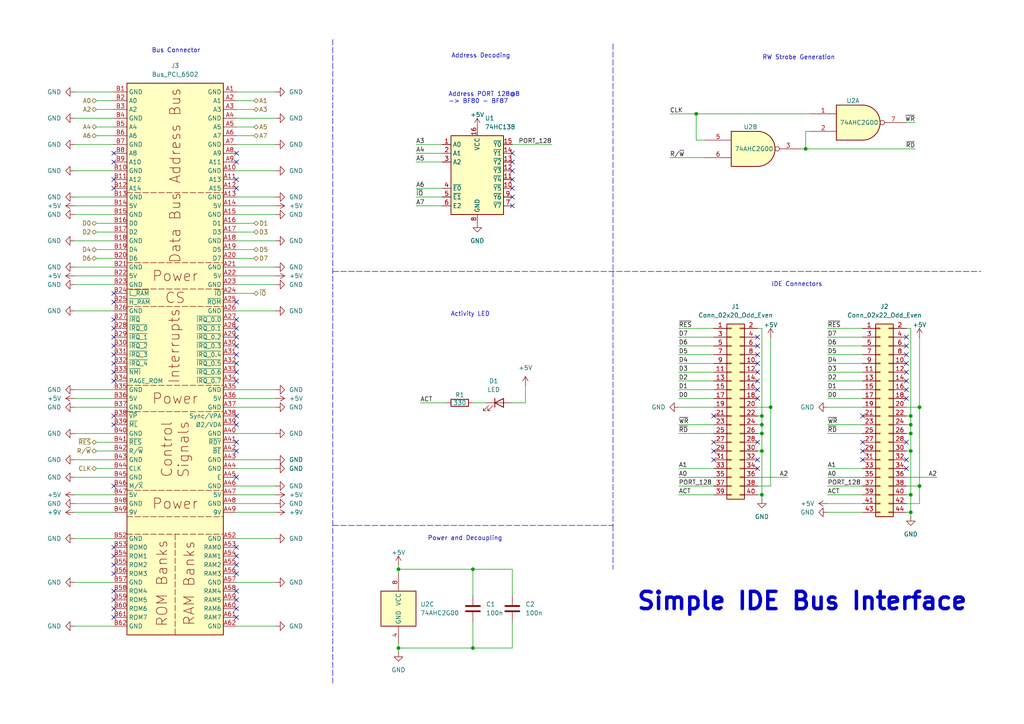
<source format=kicad_sch>
(kicad_sch (version 20231120) (generator "eeschema") (generator_version "8.0")
  (paper "A4")
  (title_block (title "S65xx Computer System") (date "2024-06-30") (rev "1.0") (company "Synthron"))
  (junction (at 223.52 118.11))
  (junction (at 264.16 120.65))
  (junction (at 220.98 125.73))
  (junction (at 115.57 165.1))
  (junction (at 220.98 130.81))
  (junction (at 201.93 33.02))
  (junction (at 266.7 118.11))
  (junction (at 264.16 123.19))
  (junction (at 137.16 187.96))
  (junction (at 233.68 43.18))
  (junction (at 220.98 143.51))
  (junction (at 264.16 125.73))
  (junction (at 264.16 143.51))
  (junction (at 220.98 120.65))
  (junction (at 266.7 140.97))
  (junction (at 264.16 130.81))
  (junction (at 220.98 123.19))
  (junction (at 137.16 165.1))
  (junction (at 115.57 187.96))
  (junction (at 264.16 148.59))
  (no_connect (at 148.59 46.99))
  (no_connect (at 68.58 123.19))
  (no_connect (at 148.59 52.07))
  (no_connect (at 262.89 105.41))
  (no_connect (at 68.58 87.63))
  (no_connect (at 68.58 102.87))
  (no_connect (at 68.58 161.29))
  (no_connect (at 33.02 102.87))
  (no_connect (at 33.02 161.29))
  (no_connect (at 148.59 54.61))
  (no_connect (at 33.02 107.95))
  (no_connect (at 33.02 173.99))
  (no_connect (at 207.01 130.81))
  (no_connect (at 262.89 133.35))
  (no_connect (at 68.58 92.71))
  (no_connect (at 68.58 110.49))
  (no_connect (at 148.59 44.45))
  (no_connect (at 33.02 140.97))
  (no_connect (at 219.71 100.33))
  (no_connect (at 219.71 102.87))
  (no_connect (at 250.19 130.81))
  (no_connect (at 33.02 163.83))
  (no_connect (at 33.02 110.49))
  (no_connect (at 262.89 100.33))
  (no_connect (at 33.02 87.63))
  (no_connect (at 219.71 110.49))
  (no_connect (at 219.71 107.95))
  (no_connect (at 68.58 176.53))
  (no_connect (at 262.89 115.57))
  (no_connect (at 207.01 128.27))
  (no_connect (at 33.02 123.19))
  (no_connect (at 33.02 92.71))
  (no_connect (at 33.02 179.07))
  (no_connect (at 33.02 97.79))
  (no_connect (at 33.02 158.75))
  (no_connect (at 33.02 171.45))
  (no_connect (at 219.71 97.79))
  (no_connect (at 68.58 130.81))
  (no_connect (at 207.01 133.35))
  (no_connect (at 219.71 113.03))
  (no_connect (at 68.58 158.75))
  (no_connect (at 68.58 52.07))
  (no_connect (at 68.58 166.37))
  (no_connect (at 68.58 173.99))
  (no_connect (at 33.02 120.65))
  (no_connect (at 33.02 95.25))
  (no_connect (at 262.89 113.03))
  (no_connect (at 33.02 44.45))
  (no_connect (at 262.89 107.95))
  (no_connect (at 68.58 100.33))
  (no_connect (at 68.58 107.95))
  (no_connect (at 33.02 46.99))
  (no_connect (at 68.58 163.83))
  (no_connect (at 68.58 120.65))
  (no_connect (at 33.02 166.37))
  (no_connect (at 68.58 179.07))
  (no_connect (at 68.58 54.61))
  (no_connect (at 68.58 128.27))
  (no_connect (at 219.71 105.41))
  (no_connect (at 68.58 138.43))
  (no_connect (at 262.89 128.27))
  (no_connect (at 250.19 128.27))
  (no_connect (at 262.89 110.49))
  (no_connect (at 68.58 97.79))
  (no_connect (at 68.58 46.99))
  (no_connect (at 33.02 105.41))
  (no_connect (at 68.58 95.25))
  (no_connect (at 148.59 59.69))
  (no_connect (at 219.71 133.35))
  (no_connect (at 68.58 105.41))
  (no_connect (at 250.19 133.35))
  (no_connect (at 148.59 57.15))
  (no_connect (at 68.58 171.45))
  (no_connect (at 250.19 120.65))
  (no_connect (at 219.71 135.89))
  (no_connect (at 68.58 44.45))
  (no_connect (at 219.71 128.27))
  (no_connect (at 262.89 135.89))
  (no_connect (at 262.89 102.87))
  (no_connect (at 33.02 176.53))
  (no_connect (at 207.01 120.65))
  (no_connect (at 148.59 49.53))
  (no_connect (at 219.71 115.57))
  (no_connect (at 33.02 100.33))
  (no_connect (at 33.02 52.07))
  (no_connect (at 33.02 85.09))
  (no_connect (at 262.89 97.79))
  (no_connect (at 33.02 54.61))
  (wire (pts (xy 232.41 43.18) (xy 233.68 43.18)))
  (wire (pts (xy 220.98 120.65) (xy 220.98 95.25)))
  (wire (pts (xy 27.94 67.31) (xy 33.02 67.31)))
  (wire (pts (xy 27.94 130.81) (xy 33.02 130.81)))
  (wire (pts (xy 148.59 41.91) (xy 160.02 41.91)))
  (wire (pts (xy 266.7 118.11) (xy 262.89 118.11)))
  (wire (pts (xy 220.98 144.78) (xy 220.98 143.51)))
  (wire (pts (xy 80.01 181.61) (xy 68.58 181.61)))
  (wire (pts (xy 21.59 181.61) (xy 33.02 181.61)))
  (wire (pts (xy 266.7 146.05) (xy 266.7 140.97)))
  (wire (pts (xy 262.89 123.19) (xy 264.16 123.19)))
  (wire (pts (xy 73.66 36.83) (xy 68.58 36.83)))
  (wire (pts (xy 152.4 116.84) (xy 152.4 111.76)))
  (wire (pts (xy 21.59 146.05) (xy 33.02 146.05)))
  (wire (pts (xy 21.59 143.51) (xy 33.02 143.51)))
  (wire (pts (xy 240.03 113.03) (xy 250.19 113.03)))
  (wire (pts (xy 148.59 187.96) (xy 137.16 187.96)))
  (wire (pts (xy 233.68 38.1) (xy 233.68 43.18)))
  (wire (pts (xy 223.52 118.11) (xy 219.71 118.11)))
  (wire (pts (xy 262.89 148.59) (xy 264.16 148.59)))
  (wire (pts (xy 264.16 123.19) (xy 264.16 120.65)))
  (wire (pts (xy 80.01 118.11) (xy 68.58 118.11)))
  (wire (pts (xy 262.89 140.97) (xy 266.7 140.97)))
  (wire (pts (xy 80.01 69.85) (xy 68.58 69.85)))
  (wire (pts (xy 196.85 140.97) (xy 207.01 140.97)))
  (wire (pts (xy 240.03 143.51) (xy 250.19 143.51)))
  (wire (pts (xy 21.59 82.55) (xy 33.02 82.55)))
  (wire (pts (xy 80.01 57.15) (xy 68.58 57.15)))
  (wire (pts (xy 220.98 95.25) (xy 219.71 95.25)))
  (polyline (pts (xy 177.8 78.74) (xy 177.8 152.4)) (stroke (width 0) (type dash)))
  (wire (pts (xy 240.03 115.57) (xy 250.19 115.57)))
  (wire (pts (xy 223.52 118.11) (xy 223.52 140.97)))
  (wire (pts (xy 120.65 57.15) (xy 128.27 57.15)))
  (wire (pts (xy 21.59 69.85) (xy 33.02 69.85)))
  (wire (pts (xy 196.85 110.49) (xy 207.01 110.49)))
  (wire (pts (xy 137.16 180.34) (xy 137.16 187.96)))
  (wire (pts (xy 220.98 125.73) (xy 220.98 123.19)))
  (wire (pts (xy 196.85 135.89) (xy 207.01 135.89)))
  (wire (pts (xy 264.16 125.73) (xy 264.16 123.19)))
  (wire (pts (xy 196.85 95.25) (xy 207.01 95.25)))
  (wire (pts (xy 233.68 43.18) (xy 265.43 43.18)))
  (wire (pts (xy 120.65 41.91) (xy 128.27 41.91)))
  (wire (pts (xy 262.89 143.51) (xy 264.16 143.51)))
  (wire (pts (xy 233.68 38.1) (xy 234.95 38.1)))
  (wire (pts (xy 240.03 97.79) (xy 250.19 97.79)))
  (wire (pts (xy 262.89 138.43) (xy 271.78 138.43)))
  (wire (pts (xy 264.16 95.25) (xy 262.89 95.25)))
  (wire (pts (xy 21.59 57.15) (xy 33.02 57.15)))
  (wire (pts (xy 21.59 41.91) (xy 33.02 41.91)))
  (wire (pts (xy 21.59 59.69) (xy 33.02 59.69)))
  (wire (pts (xy 120.65 54.61) (xy 128.27 54.61)))
  (wire (pts (xy 262.89 146.05) (xy 266.7 146.05)))
  (wire (pts (xy 262.89 35.56) (xy 265.43 35.56)))
  (wire (pts (xy 21.59 133.35) (xy 33.02 133.35)))
  (wire (pts (xy 21.59 118.11) (xy 33.02 118.11)))
  (wire (pts (xy 80.01 59.69) (xy 68.58 59.69)))
  (wire (pts (xy 240.03 107.95) (xy 250.19 107.95)))
  (wire (pts (xy 115.57 186.69) (xy 115.57 187.96)))
  (wire (pts (xy 196.85 100.33) (xy 207.01 100.33)))
  (wire (pts (xy 240.03 146.05) (xy 250.19 146.05)))
  (wire (pts (xy 73.66 72.39) (xy 68.58 72.39)))
  (wire (pts (xy 196.85 102.87) (xy 207.01 102.87)))
  (wire (pts (xy 120.65 59.69) (xy 128.27 59.69)))
  (wire (pts (xy 80.01 34.29) (xy 68.58 34.29)))
  (wire (pts (xy 80.01 148.59) (xy 68.58 148.59)))
  (wire (pts (xy 196.85 125.73) (xy 207.01 125.73)))
  (wire (pts (xy 21.59 77.47) (xy 33.02 77.47)))
  (wire (pts (xy 27.94 31.75) (xy 33.02 31.75)))
  (wire (pts (xy 196.85 113.03) (xy 207.01 113.03)))
  (wire (pts (xy 240.03 102.87) (xy 250.19 102.87)))
  (wire (pts (xy 21.59 125.73) (xy 33.02 125.73)))
  (wire (pts (xy 137.16 165.1) (xy 115.57 165.1)))
  (wire (pts (xy 80.01 133.35) (xy 68.58 133.35)))
  (wire (pts (xy 196.85 107.95) (xy 207.01 107.95)))
  (wire (pts (xy 196.85 143.51) (xy 207.01 143.51)))
  (wire (pts (xy 73.66 74.93) (xy 68.58 74.93)))
  (wire (pts (xy 80.01 41.91) (xy 68.58 41.91)))
  (wire (pts (xy 73.66 29.21) (xy 68.58 29.21)))
  (wire (pts (xy 240.03 123.19) (xy 250.19 123.19)))
  (wire (pts (xy 196.85 123.19) (xy 207.01 123.19)))
  (wire (pts (xy 27.94 29.21) (xy 33.02 29.21)))
  (wire (pts (xy 148.59 116.84) (xy 152.4 116.84)))
  (wire (pts (xy 262.89 130.81) (xy 264.16 130.81)))
  (wire (pts (xy 196.85 97.79) (xy 207.01 97.79)))
  (wire (pts (xy 21.59 80.01) (xy 33.02 80.01)))
  (wire (pts (xy 27.94 39.37) (xy 33.02 39.37)))
  (wire (pts (xy 240.03 135.89) (xy 250.19 135.89)))
  (wire (pts (xy 196.85 118.11) (xy 207.01 118.11)))
  (wire (pts (xy 148.59 165.1) (xy 137.16 165.1)))
  (wire (pts (xy 137.16 187.96) (xy 115.57 187.96)))
  (wire (pts (xy 80.01 156.21) (xy 68.58 156.21)))
  (wire (pts (xy 264.16 149.86) (xy 264.16 148.59)))
  (wire (pts (xy 240.03 118.11) (xy 250.19 118.11)))
  (wire (pts (xy 219.71 120.65) (xy 220.98 120.65)))
  (wire (pts (xy 120.65 46.99) (xy 128.27 46.99)))
  (wire (pts (xy 21.59 34.29) (xy 33.02 34.29)))
  (wire (pts (xy 21.59 113.03) (xy 33.02 113.03)))
  (wire (pts (xy 240.03 140.97) (xy 250.19 140.97)))
  (wire (pts (xy 80.01 49.53) (xy 68.58 49.53)))
  (wire (pts (xy 21.59 148.59) (xy 33.02 148.59)))
  (wire (pts (xy 137.16 116.84) (xy 140.97 116.84)))
  (wire (pts (xy 73.66 39.37) (xy 68.58 39.37)))
  (wire (pts (xy 80.01 125.73) (xy 68.58 125.73)))
  (wire (pts (xy 219.71 125.73) (xy 220.98 125.73)))
  (wire (pts (xy 80.01 113.03) (xy 68.58 113.03)))
  (wire (pts (xy 21.59 168.91) (xy 33.02 168.91)))
  (polyline (pts (xy 96.52 152.4) (xy 177.8 152.4)) (stroke (width 0) (type dash)))
  (wire (pts (xy 115.57 163.83) (xy 115.57 165.1)))
  (wire (pts (xy 220.98 130.81) (xy 220.98 125.73)))
  (wire (pts (xy 266.7 97.79) (xy 266.7 118.11)))
  (polyline (pts (xy 177.8 152.4) (xy 177.8 165.1)) (stroke (width 0) (type dash)))
  (wire (pts (xy 264.16 148.59) (xy 264.16 143.51)))
  (wire (pts (xy 240.03 138.43) (xy 250.19 138.43)))
  (wire (pts (xy 194.31 33.02) (xy 201.93 33.02)))
  (wire (pts (xy 223.52 97.79) (xy 223.52 118.11)))
  (wire (pts (xy 264.16 130.81) (xy 264.16 125.73)))
  (wire (pts (xy 264.16 120.65) (xy 264.16 95.25)))
  (wire (pts (xy 73.66 67.31) (xy 68.58 67.31)))
  (wire (pts (xy 21.59 26.67) (xy 33.02 26.67)))
  (wire (pts (xy 27.94 72.39) (xy 33.02 72.39)))
  (wire (pts (xy 264.16 143.51) (xy 264.16 130.81)))
  (wire (pts (xy 201.93 33.02) (xy 234.95 33.02)))
  (wire (pts (xy 219.71 138.43) (xy 228.6 138.43)))
  (wire (pts (xy 73.66 85.09) (xy 68.58 85.09)))
  (wire (pts (xy 204.47 40.64) (xy 201.93 40.64)))
  (polyline (pts (xy 96.52 11.43) (xy 96.52 198.12)) (stroke (width 0) (type dash)))
  (wire (pts (xy 115.57 187.96) (xy 115.57 189.23)))
  (wire (pts (xy 219.71 123.19) (xy 220.98 123.19)))
  (polyline (pts (xy 96.52 78.74) (xy 284.48 78.74)) (stroke (width 0) (type dash)))
  (wire (pts (xy 27.94 36.83) (xy 33.02 36.83)))
  (wire (pts (xy 201.93 40.64) (xy 201.93 33.02)))
  (wire (pts (xy 80.01 90.17) (xy 68.58 90.17)))
  (wire (pts (xy 21.59 90.17) (xy 33.02 90.17)))
  (wire (pts (xy 80.01 80.01) (xy 68.58 80.01)))
  (wire (pts (xy 21.59 138.43) (xy 33.02 138.43)))
  (wire (pts (xy 80.01 115.57) (xy 68.58 115.57)))
  (wire (pts (xy 80.01 26.67) (xy 68.58 26.67)))
  (wire (pts (xy 27.94 128.27) (xy 33.02 128.27)))
  (wire (pts (xy 80.01 146.05) (xy 68.58 146.05)))
  (wire (pts (xy 196.85 138.43) (xy 207.01 138.43)))
  (wire (pts (xy 80.01 62.23) (xy 68.58 62.23)))
  (wire (pts (xy 262.89 125.73) (xy 264.16 125.73)))
  (wire (pts (xy 262.89 120.65) (xy 264.16 120.65)))
  (wire (pts (xy 219.71 140.97) (xy 223.52 140.97)))
  (wire (pts (xy 115.57 165.1) (xy 115.57 166.37)))
  (wire (pts (xy 21.59 156.21) (xy 33.02 156.21)))
  (wire (pts (xy 148.59 180.34) (xy 148.59 187.96)))
  (polyline (pts (xy 177.8 12.7) (xy 177.8 78.74)) (stroke (width 0) (type dash)))
  (wire (pts (xy 194.31 45.72) (xy 204.47 45.72)))
  (wire (pts (xy 240.03 105.41) (xy 250.19 105.41)))
  (wire (pts (xy 196.85 115.57) (xy 207.01 115.57)))
  (wire (pts (xy 266.7 118.11) (xy 266.7 140.97)))
  (wire (pts (xy 73.66 31.75) (xy 68.58 31.75)))
  (wire (pts (xy 120.65 44.45) (xy 128.27 44.45)))
  (wire (pts (xy 240.03 110.49) (xy 250.19 110.49)))
  (wire (pts (xy 220.98 123.19) (xy 220.98 120.65)))
  (wire (pts (xy 129.54 116.84) (xy 121.92 116.84)))
  (wire (pts (xy 80.01 143.51) (xy 68.58 143.51)))
  (wire (pts (xy 240.03 100.33) (xy 250.19 100.33)))
  (wire (pts (xy 27.94 74.93) (xy 33.02 74.93)))
  (wire (pts (xy 219.71 130.81) (xy 220.98 130.81)))
  (wire (pts (xy 240.03 125.73) (xy 250.19 125.73)))
  (wire (pts (xy 148.59 172.72) (xy 148.59 165.1)))
  (wire (pts (xy 220.98 143.51) (xy 220.98 130.81)))
  (wire (pts (xy 137.16 165.1) (xy 137.16 172.72)))
  (wire (pts (xy 80.01 135.89) (xy 68.58 135.89)))
  (wire (pts (xy 27.94 64.77) (xy 33.02 64.77)))
  (wire (pts (xy 80.01 168.91) (xy 68.58 168.91)))
  (wire (pts (xy 219.71 143.51) (xy 220.98 143.51)))
  (wire (pts (xy 21.59 115.57) (xy 33.02 115.57)))
  (wire (pts (xy 27.94 135.89) (xy 33.02 135.89)))
  (wire (pts (xy 80.01 140.97) (xy 68.58 140.97)))
  (wire (pts (xy 240.03 148.59) (xy 250.19 148.59)))
  (wire (pts (xy 196.85 105.41) (xy 207.01 105.41)))
  (wire (pts (xy 80.01 77.47) (xy 68.58 77.47)))
  (wire (pts (xy 21.59 49.53) (xy 33.02 49.53)))
  (wire (pts (xy 80.01 82.55) (xy 68.58 82.55)))
  (wire (pts (xy 21.59 62.23) (xy 33.02 62.23)))
  (wire (pts (xy 73.66 64.77) (xy 68.58 64.77)))
  (wire (pts (xy 240.03 95.25) (xy 250.19 95.25)))
  (text "Address Decoding" (at 139.446 16.256 0) (effects (font (size 1.27 1.27))))
  (text "Activity LED" (at 136.398 91.186 0) (effects (font (size 1.27 1.27))))
  (text "Bus Connector" (at 51.054 14.732 0) (effects (font (size 1.27 1.27))))
  (text "Address PORT 128@8\n-> BF80 - BF87" (at 130.048 28.448 0) (effects (font (size 1.27 1.27)) (justify left)))
  (text "Power and Decoupling" (at 134.874 156.21 0) (effects (font (size 1.27 1.27))))
  (text "IDE Connectors" (at 231.14 82.55 0) (effects (font (size 1.27 1.27))))
  (text "RW Strobe Generation" (at 231.648 16.764 0) (effects (font (size 1.27 1.27))))
  (text "Simple IDE Bus Interface" (at 184.404 174.498 0) (effects (font (size 5 5) (thickness 1) (bold yes)) (justify left)))
  (label "D3" (at 240.03 107.95 0))
  (label "A5" (at 120.65 46.99 0))
  (label "D4" (at 196.85 105.41 0))
  (label "A1" (at 196.85 135.89 0))
  (label "~{RD}" (at 196.85 125.73 0))
  (label "PORT_128" (at 240.03 140.97 0))
  (label "~{WR}" (at 265.43 35.56 180))
  (label "~{RD}" (at 240.03 125.73 0))
  (label "A7" (at 120.65 59.69 0))
  (label "D7" (at 196.85 97.79 0))
  (label "R{slash}~{W}" (at 194.31 45.72 0))
  (label "D6" (at 196.85 100.33 0))
  (label "CLK" (at 194.31 33.02 0))
  (label "D3" (at 196.85 107.95 0))
  (label "D5" (at 196.85 102.87 0))
  (label "D6" (at 240.03 100.33 0))
  (label "ACT" (at 240.03 143.51 0))
  (label "D0" (at 196.85 115.57 0))
  (label "A0" (at 196.85 138.43 0))
  (label "~{RD}" (at 265.43 43.18 180))
  (label "ACT" (at 121.92 116.84 0))
  (label "D0" (at 240.03 115.57 0))
  (label "A4" (at 120.65 44.45 0))
  (label "A2" (at 228.6 138.43 180))
  (label "D4" (at 240.03 105.41 0))
  (label "PORT_128" (at 160.02 41.91 180))
  (label "A1" (at 240.03 135.89 0))
  (label "~{WR}" (at 240.03 123.19 0))
  (label "A0" (at 240.03 138.43 0))
  (label "D2" (at 240.03 110.49 0))
  (label "~{IO}" (at 120.65 57.15 0))
  (label "D1" (at 240.03 113.03 0))
  (label "D2" (at 196.85 110.49 0))
  (label "D1" (at 196.85 113.03 0))
  (label "A6" (at 120.65 54.61 0))
  (label "D7" (at 240.03 97.79 0))
  (label "~{RES}" (at 240.03 95.25 0))
  (label "~{WR}" (at 196.85 123.19 0))
  (label "PORT_128" (at 196.85 140.97 0))
  (label "ACT" (at 196.85 143.51 0))
  (label "~{RES}" (at 196.85 95.25 0))
  (label "A3" (at 120.65 41.91 0))
  (label "D5" (at 240.03 102.87 0))
  (label "A2" (at 271.78 138.43 180))
  (hierarchical_label "D5" (shape bidirectional) (at 73.66 72.39 0))
  (hierarchical_label "R{slash}~{W}" (shape bidirectional) (at 27.94 130.81 180))
  (hierarchical_label "CLK" (shape bidirectional) (at 27.94 135.89 180))
  (hierarchical_label "D6" (shape bidirectional) (at 27.94 74.93 180))
  (hierarchical_label "A0" (shape bidirectional) (at 27.94 29.21 180))
  (hierarchical_label "D0" (shape bidirectional) (at 27.94 64.77 180))
  (hierarchical_label "~{RES}" (shape bidirectional) (at 27.94 128.27 180))
  (hierarchical_label "A5" (shape bidirectional) (at 73.66 36.83 0))
  (hierarchical_label "D1" (shape bidirectional) (at 73.66 64.77 0))
  (hierarchical_label "A6" (shape bidirectional) (at 27.94 39.37 180))
  (hierarchical_label "A4" (shape bidirectional) (at 27.94 36.83 180))
  (hierarchical_label "D4" (shape bidirectional) (at 27.94 72.39 180))
  (hierarchical_label "A3" (shape bidirectional) (at 73.66 31.75 0))
  (hierarchical_label "A2" (shape bidirectional) (at 27.94 31.75 180))
  (hierarchical_label "A7" (shape bidirectional) (at 73.66 39.37 0))
  (hierarchical_label "~{IO}" (shape bidirectional) (at 73.66 85.09 0))
  (hierarchical_label "A1" (shape bidirectional) (at 73.66 29.21 0))
  (hierarchical_label "D7" (shape bidirectional) (at 73.66 74.93 0))
  (hierarchical_label "D3" (shape bidirectional) (at 73.66 67.31 0))
  (hierarchical_label "D2" (shape bidirectional) (at 27.94 67.31 180))
  (symbol (lib_id "power:GND") (at 21.59 113.03 270) (unit 1)
    (property "Reference" "#PWR034" (effects (hide yes)))
    (property "Value" "GND" (at 17.78 113.0299 90) (effects (justify right)))
    (property "Description" "Power symbol creates a global label with name \"GND\" , ground" (effects (hide yes)))
  )
  (symbol (lib_id "power:GND") (at 80.01 118.11 90) (mirror x) (unit 1)
    (property "Reference" "#PWR042" (effects (hide yes)))
    (property "Value" "GND" (at 83.82 118.1099 90) (effects (justify right)))
    (property "Description" "Power symbol creates a global label with name \"GND\" , ground" (effects (hide yes)))
  )
  (symbol (lib_id "power:GND") (at 21.59 49.53 270) (unit 1)
    (property "Reference" "#PWR08" (effects (hide yes)))
    (property "Value" "GND" (at 17.78 49.5299 90) (effects (justify right)))
    (property "Description" "Power symbol creates a global label with name \"GND\" , ground" (effects (hide yes)))
  )
  (symbol (lib_id "power:+5V") (at 21.59 59.69 90) (unit 1)
    (property "Reference" "#PWR013" (effects (hide yes)))
    (property "Value" "+5V" (at 17.78 59.6899 90) (effects (justify left)))
    (property "Description" "Power symbol creates a global label with name \"+5V\"" (effects (hide yes)))
  )
  (symbol (lib_id "power:GND") (at 196.85 118.11 270) (mirror x) (unit 1)
    (property "Reference" "#PWR027" (effects (hide yes)))
    (property "Value" "GND" (at 193.04 118.1099 90) (effects (justify right)))
    (property "Description" "Power symbol creates a global label with name \"GND\" , ground" (effects (hide yes)))
  )
  (symbol (lib_id "power:GND") (at 21.59 181.61 270) (unit 1)
    (property "Reference" "#PWR061" (effects (hide yes)))
    (property "Value" "GND" (at 17.78 181.6099 90) (effects (justify right)))
    (property "Description" "Power symbol creates a global label with name \"GND\" , ground" (effects (hide yes)))
  )
  (symbol (lib_id "power:+5V") (at 266.7 97.79 0) (mirror y) (unit 1)
    (property "Reference" "#PWR018" (effects (hide yes)))
    (property "Value" "+5V" (at 266.7 94.234 0))
    (property "Description" "Power symbol creates a global label with name \"+5V\"" (effects (hide yes)))
  )
  (symbol (lib_id "power:GND") (at 80.01 62.23 90) (mirror x) (unit 1)
    (property "Reference" "#PWR016" (effects (hide yes)))
    (property "Value" "GND" (at 83.82 62.2299 90) (effects (justify right)))
    (property "Description" "Power symbol creates a global label with name \"GND\" , ground" (effects (hide yes)))
  )
  (symbol (lib_id "Device:R") (at 133.35 116.84 90) (unit 1)
    (property "Reference" "R1" (at 133.35 114.554 90))
    (property "Value" "330" (at 133.35 116.84 90))
    (property "Footprint" "Resistor_SMD:R_0805_2012Metric" (effects (hide yes)))
    (property "Description" "Resistor" (effects (hide yes)))
  )
  (symbol (lib_id "power:+5V") (at 115.57 163.83 0) (mirror y) (unit 1)
    (property "Reference" "#PWR031" (effects (hide yes)))
    (property "Value" "+5V" (at 115.57 160.274 0))
    (property "Description" "Power symbol creates a global label with name \"+5V\"" (effects (hide yes)))
  )
  (symbol (lib_id "power:GND") (at 21.59 156.21 270) (unit 1)
    (property "Reference" "#PWR057" (effects (hide yes)))
    (property "Value" "GND" (at 17.78 156.2099 90) (effects (justify right)))
    (property "Description" "Power symbol creates a global label with name \"GND\" , ground" (effects (hide yes)))
  )
  (symbol (lib_id "power:+5V") (at 80.01 80.01 270) (mirror x) (unit 1)
    (property "Reference" "#PWR024" (effects (hide yes)))
    (property "Value" "+5V" (at 83.82 80.0099 90) (effects (justify left)))
    (property "Description" "Power symbol creates a global label with name \"+5V\"" (effects (hide yes)))
  )
  (symbol (lib_id "power:+5V") (at 223.52 97.79 0) (mirror y) (unit 1)
    (property "Reference" "#PWR017" (effects (hide yes)))
    (property "Value" "+5V" (at 223.52 94.234 0))
    (property "Description" "Power symbol creates a global label with name \"+5V\"" (effects (hide yes)))
  )
  (symbol (lib_id "power:GND") (at 21.59 133.35 270) (unit 1)
    (property "Reference" "#PWR046" (effects (hide yes)))
    (property "Value" "GND" (at 17.78 133.3499 90) (effects (justify right)))
    (property "Description" "Power symbol creates a global label with name \"GND\" , ground" (effects (hide yes)))
  )
  (symbol (lib_id "power:+5V") (at 21.59 115.57 90) (unit 1)
    (property "Reference" "#PWR038" (effects (hide yes)))
    (property "Value" "+5V" (at 17.78 115.5699 90) (effects (justify left)))
    (property "Description" "Power symbol creates a global label with name \"+5V\"" (effects (hide yes)))
  )
  (symbol (lib_id "74xGxx:74AHC2G00") (at 250.19 35.56 0) (unit 1)
    (property "Reference" "U2" (at 247.396 29.21 0))
    (property "Value" "74AHC2G00" (at 249.174 35.56 0))
    (property "Footprint" "Package_SO:TSSOP-8_3x3mm_P0.65mm" (effects (hide yes)))
    (property "Datasheet" "https://assets.nexperia.com/documents/data-sheet/74AHC_AHCT2G00.pdf" (effects (hide yes)))
    (property "Description" "Dual NAND Gate, High-speed Si-gate CMOS" (effects (hide yes)))
  )
  (symbol (lib_id "power:GND") (at 80.01 113.03 90) (mirror x) (unit 1)
    (property "Reference" "#PWR035" (effects (hide yes)))
    (property "Value" "GND" (at 83.82 113.0299 90) (effects (justify right)))
    (property "Description" "Power symbol creates a global label with name \"GND\" , ground" (effects (hide yes)))
  )
  (symbol (lib_id "power:GND") (at 21.59 77.47 270) (unit 1)
    (property "Reference" "#PWR021" (effects (hide yes)))
    (property "Value" "GND" (at 17.78 77.4699 90) (effects (justify right)))
    (property "Description" "Power symbol creates a global label with name \"GND\" , ground" (effects (hide yes)))
  )
  (symbol (lib_id "power:GND") (at 80.01 125.73 90) (mirror x) (unit 1)
    (property "Reference" "#PWR045" (effects (hide yes)))
    (property "Value" "GND" (at 83.82 125.7299 90) (effects (justify right)))
    (property "Description" "Power symbol creates a global label with name \"GND\" , ground" (effects (hide yes)))
  )
  (symbol (lib_id "power:GND") (at 21.59 26.67 270) (unit 1)
    (property "Reference" "#PWR02" (effects (hide yes)))
    (property "Value" "GND" (at 17.78 26.6699 90) (effects (justify right)))
    (property "Description" "Power symbol creates a global label with name \"GND\" , ground" (effects (hide yes)))
  )
  (symbol (lib_id "power:GND") (at 80.01 133.35 90) (mirror x) (unit 1)
    (property "Reference" "#PWR047" (effects (hide yes)))
    (property "Value" "GND" (at 83.82 133.3499 90) (effects (justify right)))
    (property "Description" "Power symbol creates a global label with name \"GND\" , ground" (effects (hide yes)))
  )
  (symbol (lib_id "6502:Bus_PCI_6502") (at 50.8 102.87 0) (unit 1)
    (property "Reference" "J3" (at 50.8 19.05 0))
    (property "Value" "Bus_PCI_6502" (at 50.8 21.59 0))
    (property "Footprint" "Connector_PCBEdge:BUS_PCI" (effects (hide yes)))
    (property "Datasheet" "http://pinouts.ru/Slots/PCI_pinout.shtml" (effects (hide yes)))
    (property "Description" "PCI bus connector for 5V cards" (effects (hide yes)))
  )
  (symbol (lib_id "power:+5V") (at 80.01 143.51 270) (mirror x) (unit 1)
    (property "Reference" "#PWR052" (effects (hide yes)))
    (property "Value" "+5V" (at 83.82 143.5099 90) (effects (justify left)))
    (property "Description" "Power symbol creates a global label with name \"+5V\"" (effects (hide yes)))
  )
  (symbol (lib_id "power:GND") (at 21.59 125.73 270) (unit 1)
    (property "Reference" "#PWR044" (effects (hide yes)))
    (property "Value" "GND" (at 17.78 125.7299 90) (effects (justify right)))
    (property "Description" "Power symbol creates a global label with name \"GND\" , ground" (effects (hide yes)))
  )
  (symbol (lib_id "74xx:74HC138") (at 138.43 52.07 0) (unit 1)
    (property "Reference" "U1" (at 140.6241 34.29 0) (effects (justify left)))
    (property "Value" "74HC138" (at 140.6241 36.83 0) (effects (justify left)))
    (property "Footprint" "Package_DIP:DIP-16_W7.62mm" (effects (hide yes)))
    (property "Datasheet" "http://www.ti.com/lit/ds/symlink/cd74hc238.pdf" (effects (hide yes)))
    (property "Description" "3-to-8 line decoder/multiplexer inverting, DIP-16/SOIC-16/SSOP-16" (effects (hide yes)))
  )
  (symbol (lib_id "power:GND") (at 21.59 146.05 270) (unit 1)
    (property "Reference" "#PWR053" (effects (hide yes)))
    (property "Value" "GND" (at 17.78 146.0499 90) (effects (justify right)))
    (property "Description" "Power symbol creates a global label with name \"GND\" , ground" (effects (hide yes)))
  )
  (symbol (lib_id "power:GND") (at 21.59 62.23 270) (unit 1)
    (property "Reference" "#PWR015" (effects (hide yes)))
    (property "Value" "GND" (at 17.78 62.2299 90) (effects (justify right)))
    (property "Description" "Power symbol creates a global label with name \"GND\" , ground" (effects (hide yes)))
  )
  (symbol (lib_id "power:GND") (at 21.59 34.29 270) (unit 1)
    (property "Reference" "#PWR04" (effects (hide yes)))
    (property "Value" "GND" (at 17.78 34.2899 90) (effects (justify right)))
    (property "Description" "Power symbol creates a global label with name \"GND\" , ground" (effects (hide yes)))
  )
  (symbol (lib_id "power:GND") (at 80.01 140.97 90) (mirror x) (unit 1)
    (property "Reference" "#PWR050" (effects (hide yes)))
    (property "Value" "GND" (at 83.82 140.9699 90) (effects (justify right)))
    (property "Description" "Power symbol creates a global label with name \"GND\" , ground" (effects (hide yes)))
  )
  (symbol (lib_id "power:GND") (at 21.59 138.43 270) (unit 1)
    (property "Reference" "#PWR049" (effects (hide yes)))
    (property "Value" "GND" (at 17.78 138.4299 90) (effects (justify right)))
    (property "Description" "Power symbol creates a global label with name \"GND\" , ground" (effects (hide yes)))
  )
  (symbol (lib_id "power:+5V") (at 21.59 80.01 90) (unit 1)
    (property "Reference" "#PWR023" (effects (hide yes)))
    (property "Value" "+5V" (at 17.78 80.0099 90) (effects (justify left)))
    (property "Description" "Power symbol creates a global label with name \"+5V\"" (effects (hide yes)))
  )
  (symbol (lib_id "power:GND") (at 21.59 41.91 270) (unit 1)
    (property "Reference" "#PWR06" (effects (hide yes)))
    (property "Value" "GND" (at 17.78 41.9099 90) (effects (justify right)))
    (property "Description" "Power symbol creates a global label with name \"GND\" , ground" (effects (hide yes)))
  )
  (symbol (lib_id "power:GND") (at 21.59 57.15 270) (unit 1)
    (property "Reference" "#PWR011" (effects (hide yes)))
    (property "Value" "GND" (at 17.78 57.1499 90) (effects (justify right)))
    (property "Description" "Power symbol creates a global label with name \"GND\" , ground" (effects (hide yes)))
  )
  (symbol (lib_id "power:GND") (at 80.01 168.91 90) (unit 1)
    (property "Reference" "#PWR060" (effects (hide yes)))
    (property "Value" "GND" (at 83.82 168.9101 90) (effects (justify right)))
    (property "Description" "Power symbol creates a global label with name \"GND\" , ground" (effects (hide yes)))
  )
  (symbol (lib_id "power:GND") (at 80.01 135.89 90) (mirror x) (unit 1)
    (property "Reference" "#PWR048" (effects (hide yes)))
    (property "Value" "GND" (at 83.82 135.8899 90) (effects (justify right)))
    (property "Description" "Power symbol creates a global label with name \"GND\" , ground" (effects (hide yes)))
  )
  (symbol (lib_id "power:GND") (at 80.01 26.67 90) (mirror x) (unit 1)
    (property "Reference" "#PWR03" (effects (hide yes)))
    (property "Value" "GND" (at 83.82 26.6699 90) (effects (justify right)))
    (property "Description" "Power symbol creates a global label with name \"GND\" , ground" (effects (hide yes)))
  )
  (symbol (lib_id "power:+5V") (at 80.01 115.57 270) (mirror x) (unit 1)
    (property "Reference" "#PWR039" (effects (hide yes)))
    (property "Value" "+5V" (at 83.82 115.5699 90) (effects (justify left)))
    (property "Description" "Power symbol creates a global label with name \"+5V\"" (effects (hide yes)))
  )
  (symbol (lib_id "Connector_Generic:Conn_02x20_Odd_Even") (at 212.09 118.11 0) (unit 1)
    (property "Reference" "J1" (at 213.36 88.9 0))
    (property "Value" "Conn_02x20_Odd_Even" (at 213.36 91.44 0))
    (property "Footprint" "Connector_IDC:IDC-Header_2x20_P2.54mm_Vertical" (effects (hide yes)))
    (property "Description" "Generic connector, double row, 02x20, odd/even pin numbering scheme (row 1 odd numbers, row 2 even numbers), script generated (kicad-library-utils/schlib/autogen/connector/)" (effects (hide yes)))
  )
  (symbol (lib_id "power:GND") (at 80.01 82.55 90) (mirror x) (unit 1)
    (property "Reference" "#PWR026" (effects (hide yes)))
    (property "Value" "GND" (at 83.82 82.5499 90) (effects (justify right)))
    (property "Description" "Power symbol creates a global label with name \"GND\" , ground" (effects (hide yes)))
  )
  (symbol (lib_id "power:GND") (at 80.01 49.53 90) (mirror x) (unit 1)
    (property "Reference" "#PWR09" (effects (hide yes)))
    (property "Value" "GND" (at 83.82 49.5299 90) (effects (justify right)))
    (property "Description" "Power symbol creates a global label with name \"GND\" , ground" (effects (hide yes)))
  )
  (symbol (lib_id "power:GND") (at 21.59 118.11 270) (unit 1)
    (property "Reference" "#PWR041" (effects (hide yes)))
    (property "Value" "GND" (at 17.78 118.1099 90) (effects (justify right)))
    (property "Description" "Power symbol creates a global label with name \"GND\" , ground" (effects (hide yes)))
  )
  (symbol (lib_id "74xGxx:74AHC2G00") (at 115.57 176.53 0) (unit 3)
    (property "Reference" "U2" (at 121.92 175.2599 0) (effects (justify left)))
    (property "Value" "74AHC2G00" (at 121.92 177.7999 0) (effects (justify left)))
    (property "Footprint" "Package_SO:TSSOP-8_3x3mm_P0.65mm" (effects (hide yes)))
    (property "Datasheet" "https://assets.nexperia.com/documents/data-sheet/74AHC_AHCT2G00.pdf" (effects (hide yes)))
    (property "Description" "Dual NAND Gate, High-speed Si-gate CMOS" (effects (hide yes)))
  )
  (symbol (lib_id "power:+5V") (at 21.59 143.51 90) (unit 1)
    (property "Reference" "#PWR051" (effects (hide yes)))
    (property "Value" "+5V" (at 17.78 143.5099 90) (effects (justify left)))
    (property "Description" "Power symbol creates a global label with name \"+5V\"" (effects (hide yes)))
  )
  (symbol (lib_id "power:+9V") (at 21.59 148.59 90) (unit 1)
    (property "Reference" "#PWR055" (effects (hide yes)))
    (property "Value" "+9V" (at 17.78 148.5899 90) (effects (justify left)))
    (property "Description" "Power symbol creates a global label with name \"+9V\"" (effects (hide yes)))
  )
  (symbol (lib_id "power:GND") (at 80.01 41.91 90) (mirror x) (unit 1)
    (property "Reference" "#PWR07" (effects (hide yes)))
    (property "Value" "GND" (at 83.82 41.9099 90) (effects (justify right)))
    (property "Description" "Power symbol creates a global label with name \"GND\" , ground" (effects (hide yes)))
  )
  (symbol (lib_id "power:GND") (at 21.59 168.91 270) (unit 1)
    (property "Reference" "#PWR059" (effects (hide yes)))
    (property "Value" "GND" (at 17.78 168.9099 90) (effects (justify right)))
    (property "Description" "Power symbol creates a global label with name \"GND\" , ground" (effects (hide yes)))
  )
  (symbol (lib_id "Device:C") (at 148.59 176.53 0) (unit 1)
    (property "Reference" "C2" (at 152.4 175.2599 0) (effects (justify left)))
    (property "Value" "100n" (at 152.4 177.7999 0) (effects (justify left)))
    (property "Footprint" "Capacitor_SMD:C_0805_2012Metric" (effects (hide yes)))
    (property "Description" "Unpolarized capacitor" (effects (hide yes)))
  )
  (symbol (lib_id "power:+5V") (at 240.03 146.05 90) (mirror x) (unit 1)
    (property "Reference" "#PWR033" (effects (hide yes)))
    (property "Value" "+5V" (at 234.188 146.05 90))
    (property "Description" "Power symbol creates a global label with name \"+5V\"" (effects (hide yes)))
  )
  (symbol (lib_id "power:GND") (at 80.01 181.61 90) (unit 1)
    (property "Reference" "#PWR062" (effects (hide yes)))
    (property "Value" "GND" (at 83.82 181.6101 90) (effects (justify right)))
    (property "Description" "Power symbol creates a global label with name \"GND\" , ground" (effects (hide yes)))
  )
  (symbol (lib_id "power:+5V") (at 152.4 111.76 0) (mirror y) (unit 1)
    (property "Reference" "#PWR043" (effects (hide yes)))
    (property "Value" "+5V" (at 152.4 106.68 0))
    (property "Description" "Power symbol creates a global label with name \"+5V\"" (effects (hide yes)))
  )
  (symbol (lib_id "power:GND") (at 138.43 64.77 0) (mirror y) (unit 1)
    (property "Reference" "#PWR010" (effects (hide yes)))
    (property "Value" "GND" (at 138.43 69.85 0))
    (property "Description" "Power symbol creates a global label with name \"GND\" , ground" (effects (hide yes)))
  )
  (symbol (lib_id "power:+5V") (at 80.01 59.69 270) (mirror x) (unit 1)
    (property "Reference" "#PWR014" (effects (hide yes)))
    (property "Value" "+5V" (at 83.82 59.6899 90) (effects (justify left)))
    (property "Description" "Power symbol creates a global label with name \"+5V\"" (effects (hide yes)))
  )
  (symbol (lib_id "power:GND") (at 240.03 118.11 270) (mirror x) (unit 1)
    (property "Reference" "#PWR028" (effects (hide yes)))
    (property "Value" "GND" (at 236.22 118.1099 90) (effects (justify right)))
    (property "Description" "Power symbol creates a global label with name \"GND\" , ground" (effects (hide yes)))
  )
  (symbol (lib_id "power:+5V") (at 138.43 36.83 0) (mirror y) (unit 1)
    (property "Reference" "#PWR01" (effects (hide yes)))
    (property "Value" "+5V" (at 138.43 33.274 0))
    (property "Description" "Power symbol creates a global label with name \"+5V\"" (effects (hide yes)))
  )
  (symbol (lib_id "power:GND") (at 240.03 148.59 270) (mirror x) (unit 1)
    (property "Reference" "#PWR036" (effects (hide yes)))
    (property "Value" "GND" (at 236.22 148.5899 90) (effects (justify right)))
    (property "Description" "Power symbol creates a global label with name \"GND\" , ground" (effects (hide yes)))
  )
  (symbol (lib_id "power:GND") (at 220.98 144.78 0) (mirror y) (unit 1)
    (property "Reference" "#PWR032" (effects (hide yes)))
    (property "Value" "GND" (at 220.98 149.86 0))
    (property "Description" "Power symbol creates a global label with name \"GND\" , ground" (effects (hide yes)))
  )
  (symbol (lib_id "power:GND") (at 80.01 90.17 90) (mirror x) (unit 1)
    (property "Reference" "#PWR030" (effects (hide yes)))
    (property "Value" "GND" (at 83.82 90.1699 90) (effects (justify right)))
    (property "Description" "Power symbol creates a global label with name \"GND\" , ground" (effects (hide yes)))
  )
  (symbol (lib_id "power:GND") (at 80.01 77.47 90) (mirror x) (unit 1)
    (property "Reference" "#PWR022" (effects (hide yes)))
    (property "Value" "GND" (at 83.82 77.4699 90) (effects (justify right)))
    (property "Description" "Power symbol creates a global label with name \"GND\" , ground" (effects (hide yes)))
  )
  (symbol (lib_id "power:GND") (at 80.01 34.29 90) (mirror x) (unit 1)
    (property "Reference" "#PWR05" (effects (hide yes)))
    (property "Value" "GND" (at 83.82 34.2899 90) (effects (justify right)))
    (property "Description" "Power symbol creates a global label with name \"GND\" , ground" (effects (hide yes)))
  )
  (symbol (lib_id "Device:LED") (at 144.78 116.84 0) (unit 1)
    (property "Reference" "D1" (at 143.1925 110.49 0))
    (property "Value" "LED" (at 143.1925 113.03 0))
    (property "Footprint" "LED_SMD:LED_0805_2012Metric" (effects (hide yes)))
    (property "Description" "Light emitting diode" (effects (hide yes)))
  )
  (symbol (lib_id "74xGxx:74AHC2G00") (at 219.71 43.18 0) (unit 2)
    (property "Reference" "U2" (at 217.678 36.83 0))
    (property "Value" "74AHC2G00" (at 218.694 43.18 0))
    (property "Footprint" "Package_SO:TSSOP-8_3x3mm_P0.65mm" (effects (hide yes)))
    (property "Datasheet" "https://assets.nexperia.com/documents/data-sheet/74AHC_AHCT2G00.pdf" (effects (hide yes)))
    (property "Description" "Dual NAND Gate, High-speed Si-gate CMOS" (effects (hide yes)))
  )
  (symbol (lib_id "power:GND") (at 21.59 90.17 270) (unit 1)
    (property "Reference" "#PWR029" (effects (hide yes)))
    (property "Value" "GND" (at 17.78 90.1699 90) (effects (justify right)))
    (property "Description" "Power symbol creates a global label with name \"GND\" , ground" (effects (hide yes)))
  )
  (symbol (lib_id "power:GND") (at 264.16 149.86 0) (mirror y) (unit 1)
    (property "Reference" "#PWR037" (effects (hide yes)))
    (property "Value" "GND" (at 264.16 154.94 0))
    (property "Description" "Power symbol creates a global label with name \"GND\" , ground" (effects (hide yes)))
  )
  (symbol (lib_id "power:GND") (at 115.57 189.23 0) (mirror y) (unit 1)
    (property "Reference" "#PWR040" (effects (hide yes)))
    (property "Value" "GND" (at 115.57 194.31 0))
    (property "Description" "Power symbol creates a global label with name \"GND\" , ground" (effects (hide yes)))
  )
  (symbol (lib_id "power:GND") (at 80.01 146.05 90) (mirror x) (unit 1)
    (property "Reference" "#PWR054" (effects (hide yes)))
    (property "Value" "GND" (at 83.82 146.0499 90) (effects (justify right)))
    (property "Description" "Power symbol creates a global label with name \"GND\" , ground" (effects (hide yes)))
  )
  (symbol (lib_id "power:GND") (at 21.59 69.85 270) (unit 1)
    (property "Reference" "#PWR019" (effects (hide yes)))
    (property "Value" "GND" (at 17.78 69.8499 90) (effects (justify right)))
    (property "Description" "Power symbol creates a global label with name \"GND\" , ground" (effects (hide yes)))
  )
  (symbol (lib_id "Device:C") (at 137.16 176.53 0) (unit 1)
    (property "Reference" "C1" (at 140.97 175.2599 0) (effects (justify left)))
    (property "Value" "100n" (at 140.97 177.7999 0) (effects (justify left)))
    (property "Footprint" "Capacitor_SMD:C_0805_2012Metric" (effects (hide yes)))
    (property "Description" "Unpolarized capacitor" (effects (hide yes)))
  )
  (symbol (lib_id "Connector_Generic:Conn_02x22_Odd_Even") (at 255.27 120.65 0) (unit 1)
    (property "Reference" "J2" (at 256.54 88.9 0))
    (property "Value" "Conn_02x22_Odd_Even" (at 256.54 91.44 0))
    (property "Footprint" "Connector_PinHeader_2.00mm:PinHeader_2x22_P2.00mm_Vertical" (effects (hide yes)))
    (property "Description" "Generic connector, double row, 02x22, odd/even pin numbering scheme (row 1 odd numbers, row 2 even numbers), script generated (kicad-library-utils/schlib/autogen/connector/)" (effects (hide yes)))
  )
  (symbol (lib_id "power:GND") (at 80.01 69.85 90) (mirror x) (unit 1)
    (property "Reference" "#PWR020" (effects (hide yes)))
    (property "Value" "GND" (at 83.82 69.8499 90) (effects (justify right)))
    (property "Description" "Power symbol creates a global label with name \"GND\" , ground" (effects (hide yes)))
  )
  (symbol (lib_id "power:GND") (at 21.59 82.55 270) (unit 1)
    (property "Reference" "#PWR025" (effects (hide yes)))
    (property "Value" "GND" (at 17.78 82.5499 90) (effects (justify right)))
    (property "Description" "Power symbol creates a global label with name \"GND\" , ground" (effects (hide yes)))
  )
  (symbol (lib_id "power:GND") (at 80.01 57.15 90) (mirror x) (unit 1)
    (property "Reference" "#PWR012" (effects (hide yes)))
    (property "Value" "GND" (at 83.82 57.1499 90) (effects (justify right)))
    (property "Description" "Power symbol creates a global label with name \"GND\" , ground" (effects (hide yes)))
  )
  (symbol (lib_id "power:GND") (at 80.01 156.21 90) (unit 1)
    (property "Reference" "#PWR058" (effects (hide yes)))
    (property "Value" "GND" (at 83.82 156.2101 90) (effects (justify right)))
    (property "Description" "Power symbol creates a global label with name \"GND\" , ground" (effects (hide yes)))
  )
  (symbol (lib_id "power:+9V") (at 80.01 148.59 270) (mirror x) (unit 1)
    (property "Reference" "#PWR056" (effects (hide yes)))
    (property "Value" "+9V" (at 83.82 148.5899 90) (effects (justify left)))
    (property "Description" "Power symbol creates a global label with name \"+9V\"" (effects (hide yes)))
  )
)
</source>
